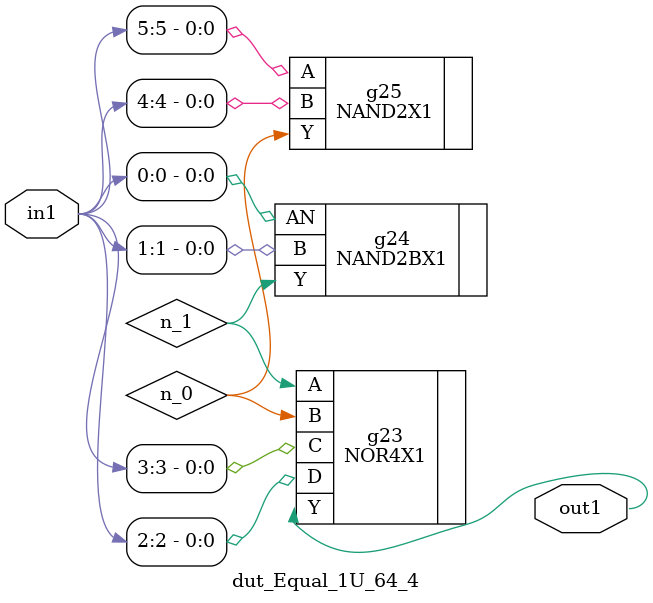
<source format=v>
`timescale 1ps / 1ps


module dut_Equal_1U_64_4(in1, out1);
  input [5:0] in1;
  output out1;
  wire [5:0] in1;
  wire out1;
  wire n_0, n_1;
  NOR4X1 g23(.A (n_1), .B (n_0), .C (in1[3]), .D (in1[2]), .Y (out1));
  NAND2BX1 g24(.AN (in1[0]), .B (in1[1]), .Y (n_1));
  NAND2X1 g25(.A (in1[5]), .B (in1[4]), .Y (n_0));
endmodule



</source>
